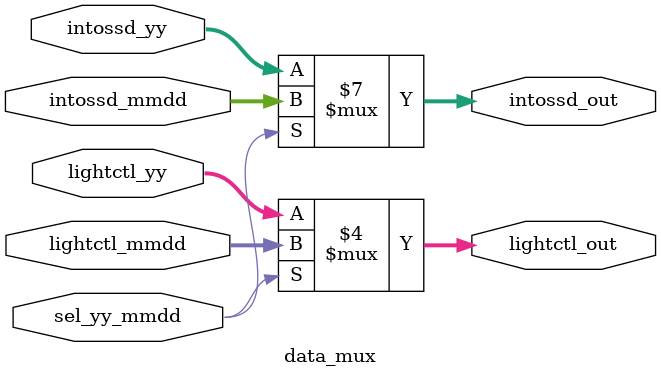
<source format=v>
`timescale 1ns / 1ps


module data_mux(
    sel_yy_mmdd,  // select pm or am
    intossd_yy,
    intossd_mmdd,
    lightctl_yy,
    lightctl_mmdd,
    intossd_out,
    lightctl_out
    );

    input sel_yy_mmdd;
    input [3:0]intossd_yy;
    input [3:0]intossd_mmdd;
    input [3:0]lightctl_yy;
    input [3:0]lightctl_mmdd;

    output reg [3:0]intossd_out;
    output reg [3:0]lightctl_out;

    always @*
        if (sel_yy_mmdd == 0)
        begin
            intossd_out = intossd_yy;
            lightctl_out = lightctl_yy;
        end
        else 
        begin
            intossd_out = intossd_mmdd;
            lightctl_out = lightctl_mmdd;
        end

endmodule


</source>
